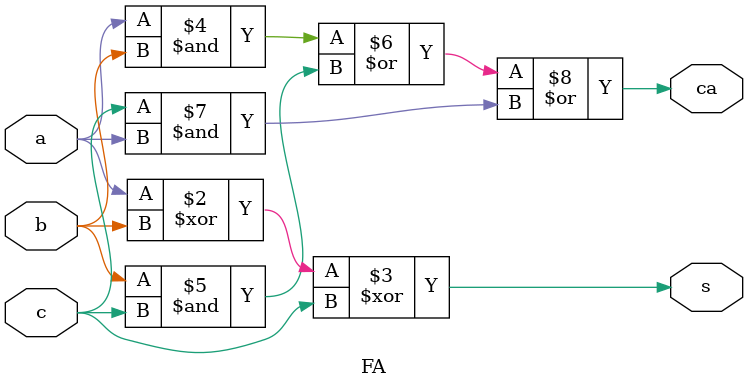
<source format=v>
`timescale 1ns / 1ps


module FA(a,b,c,s,ca);
input a,b,c;
output reg s,ca;

always@(*) begin
     s=a^b^c;
     ca=(a&b)|(b&c)|(c&a);
end
endmodule

</source>
